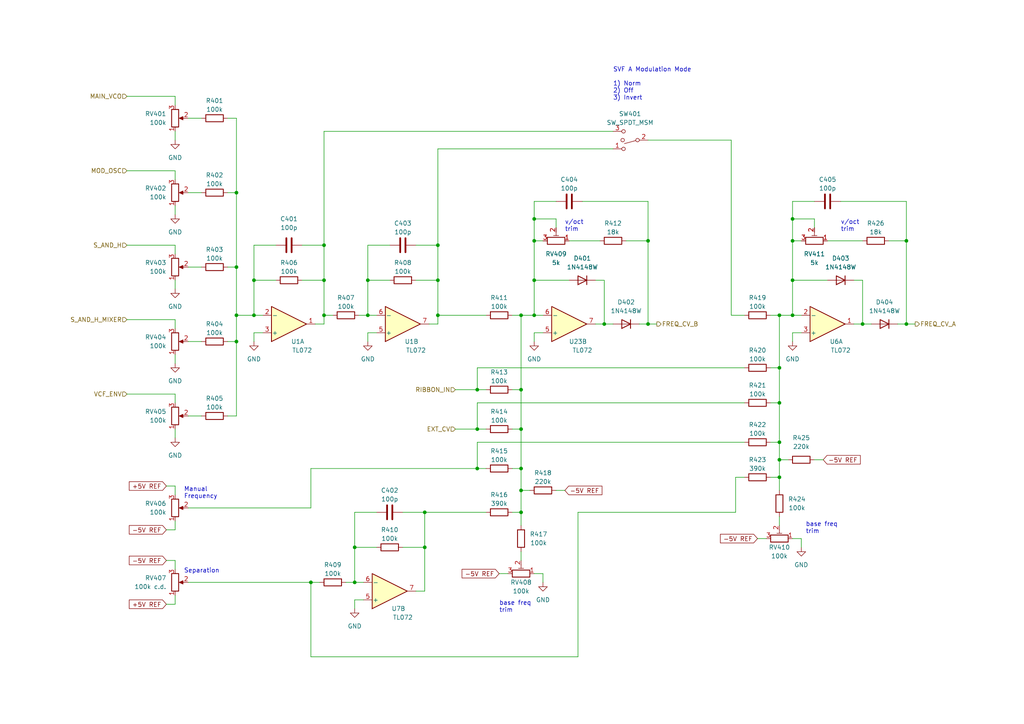
<source format=kicad_sch>
(kicad_sch (version 20230121) (generator eeschema)
  (paper "A4")
  (title_block (title "Josh Ox Ribbon Synth VCF/VCA/BBD board") (date "2023-01-07") (rev "1.0") (comment 1 "creativecommons.org/licenses/by/4.0/") (comment 2 "License: CC by 4.0") (comment 3 "Author: Jordan Aceto"))
  (lib_symbols
    (symbol "Amplifier_Operational:TL072" (pin_names (offset 0.127))
      (property "Reference" "U" (at 0 5.08 0))
      (property "Value" "TL072" (at 0 -5.08 0))
      (symbol "TL072_1_1"
        (polyline (pts (xy -5.08 5.08) (xy 5.08 0) (xy -5.08 -5.08) (xy -5.08 5.08)) (stroke (width 0.254)) (fill (type background)))
        (pin output line (at 7.62 0 180) (length 2.54) (name "~") (number "1"))
        (pin input line (at -7.62 -2.54 0) (length 2.54) (name "-") (number "2"))
        (pin input line (at -7.62 2.54 0) (length 2.54) (name "+") (number "3"))
      )
      (symbol "TL072_2_1"
        (polyline (pts (xy -5.08 5.08) (xy 5.08 0) (xy -5.08 -5.08) (xy -5.08 5.08)) (stroke (width 0.254)) (fill (type background)))
        (pin input line (at -7.62 2.54 0) (length 2.54) (name "+") (number "5"))
        (pin input line (at -7.62 -2.54 0) (length 2.54) (name "-") (number "6"))
        (pin output line (at 7.62 0 180) (length 2.54) (name "~") (number "7"))
      )
      (symbol "TL072_3_1"
        (pin power_in line (at -2.54 -7.62 90) (length 3.81) (name "V-") (number "4"))
        (pin power_in line (at -2.54 7.62 270) (length 3.81) (name "V+") (number "8"))
      )
    )
    (symbol "Device:C" (pin_numbers hide) (pin_names (offset 0.254))
      (property "Reference" "C" (at 0.635 2.54 0))
      (property "Value" "C" (at 0.635 -2.54 0))
      (symbol "C_0_1"
        (polyline (pts (xy -2.032 -0.762) (xy 2.032 -0.762)) (stroke (width 0.508)))
        (polyline (pts (xy -2.032 0.762) (xy 2.032 0.762)) (stroke (width 0.508)))
      )
      (symbol "C_1_1"
        (pin passive line (at 0 3.81 270) (length 2.794) (name "~") (number "1"))
        (pin passive line (at 0 -3.81 90) (length 2.794) (name "~") (number "2"))
      )
    )
    (symbol "Device:R" (pin_numbers hide) (pin_names (offset 0))
      (property "Reference" "R" (at 2.032 0 90))
      (property "Value" "R" (at 0 0 90))
      (symbol "R_0_1"
        (rectangle (start -1.016 -2.54) (end 1.016 2.54) (stroke (width 0.254)))
      )
      (symbol "R_1_1"
        (pin passive line (at 0 3.81 270) (length 1.27) (name "~") (number "1"))
        (pin passive line (at 0 -3.81 90) (length 1.27) (name "~") (number "2"))
      )
    )
    (symbol "Device:R_Potentiometer" (pin_names (offset 1.016) hide)
      (property "Reference" "RV" (at -4.445 0 90))
      (property "Value" "R_Potentiometer" (at -2.54 0 90))
      (symbol "R_Potentiometer_0_1"
        (polyline (pts (xy 2.54 0) (xy 1.524 0)))
        (polyline (pts (xy 1.143 0) (xy 2.286 0.508) (xy 2.286 -0.508) (xy 1.143 0)) (fill (type outline)))
        (rectangle (start 1.016 2.54) (end -1.016 -2.54) (stroke (width 0.254)))
      )
      (symbol "R_Potentiometer_1_1"
        (pin passive line (at 0 3.81 270) (length 1.27) (name "1") (number "1"))
        (pin passive line (at 3.81 0 180) (length 1.27) (name "2") (number "2"))
        (pin passive line (at 0 -3.81 90) (length 1.27) (name "3") (number "3"))
      )
    )
    (symbol "Device:R_Potentiometer_Trim" (pin_names (offset 1.016) hide)
      (property "Reference" "RV" (at -4.445 0 90))
      (property "Value" "R_Potentiometer_Trim" (at -2.54 0 90))
      (symbol "R_Potentiometer_Trim_0_1"
        (polyline (pts (xy 1.524 0.762) (xy 1.524 -0.762)))
        (polyline (pts (xy 2.54 0) (xy 1.524 0)))
        (rectangle (start 1.016 2.54) (end -1.016 -2.54) (stroke (width 0.254)))
      )
      (symbol "R_Potentiometer_Trim_1_1"
        (pin passive line (at 0 3.81 270) (length 1.27) (name "1") (number "1"))
        (pin passive line (at 3.81 0 180) (length 1.27) (name "2") (number "2"))
        (pin passive line (at 0 -3.81 90) (length 1.27) (name "3") (number "3"))
      )
    )
    (symbol "Diode:1N4148W" (pin_numbers hide) (pin_names hide)
      (property "Reference" "D" (at 0 2.54 0))
      (property "Value" "1N4148W" (at 0 -2.54 0))
      (symbol "1N4148W_0_1"
        (polyline (pts (xy -1.27 1.27) (xy -1.27 -1.27)) (stroke (width 0.254)))
        (polyline (pts (xy 1.27 0) (xy -1.27 0)))
        (polyline (pts (xy 1.27 1.27) (xy 1.27 -1.27) (xy -1.27 0) (xy 1.27 1.27)) (stroke (width 0.254)))
      )
      (symbol "1N4148W_1_1"
        (pin passive line (at -3.81 0 0) (length 2.54) (name "K") (number "1"))
        (pin passive line (at 3.81 0 180) (length 2.54) (name "A") (number "2"))
      )
    )
    (symbol "Switch:SW_SPDT_MSM" (pin_names (offset 0) hide)
      (property "Reference" "SW" (at 0 5.08 0))
      (property "Value" "SW_SPDT_MSM" (at 0 -5.08 0))
      (symbol "SW_SPDT_MSM_0_0"
        (circle (center -2.032 0) (radius 0.508))
        (polyline (pts (xy -1.524 0.127) (xy 1.778 1.016)))
        (circle (center 2.032 -2.54) (radius 0.508))
      )
      (symbol "SW_SPDT_MSM_0_1"
        (circle (center 2.032 2.54) (radius 0.508))
        (circle (center 2.286 0) (radius 0.508))
      )
      (symbol "SW_SPDT_MSM_1_1"
        (pin passive line (at 5.08 2.54 180) (length 2.54) (name "1") (number "1"))
        (pin passive line (at -5.08 0 0) (length 2.54) (name "2") (number "2"))
        (pin passive line (at 5.08 -2.54 180) (length 2.54) (name "3") (number "3"))
      )
    )
    (symbol "power:GND" (power) (pin_names (offset 0))
      (property "Value" "GND" (at 0 -3.81 0))
      (symbol "GND_0_1"
        (polyline (pts (xy 0 0) (xy 0 -1.27) (xy 1.27 -1.27) (xy 0 -2.54) (xy -1.27 -1.27) (xy 0 -1.27)))
      )
      (symbol "GND_1_1"
        (pin power_in line (at 0 0 270) (length 0) hide (name "GND") (number "1"))
      )
    )
  )
  (junction (at 250.19 93.98))
  (junction (at 229.87 63.5))
  (junction (at 154.94 69.85))
  (junction (at 262.89 69.85))
  (junction (at 68.58 91.44))
  (junction (at 151.13 124.46))
  (junction (at 93.98 81.28))
  (junction (at 68.58 55.88))
  (junction (at 226.06 138.43))
  (junction (at 187.96 93.98))
  (junction (at 226.06 91.44))
  (junction (at 175.26 93.98))
  (junction (at 229.87 81.28))
  (junction (at 102.87 168.91))
  (junction (at 187.96 69.85))
  (junction (at 226.06 106.68))
  (junction (at 123.19 158.75))
  (junction (at 127 71.12))
  (junction (at 123.19 148.59))
  (junction (at 151.13 91.44))
  (junction (at 73.66 81.28))
  (junction (at 90.17 168.91))
  (junction (at 229.87 91.44))
  (junction (at 127 91.44))
  (junction (at 151.13 148.59))
  (junction (at 68.58 77.47))
  (junction (at 138.43 113.03))
  (junction (at 154.94 63.5))
  (junction (at 73.66 91.44))
  (junction (at 102.87 158.75))
  (junction (at 106.68 81.28))
  (junction (at 93.98 71.12))
  (junction (at 138.43 135.89))
  (junction (at 226.06 133.35))
  (junction (at 127 81.28))
  (junction (at 226.06 128.27))
  (junction (at 93.98 91.44))
  (junction (at 154.94 91.44))
  (junction (at 154.94 81.28))
  (junction (at 68.58 99.06))
  (junction (at 138.43 124.46))
  (junction (at 151.13 135.89))
  (junction (at 226.06 116.84))
  (junction (at 106.68 91.44))
  (junction (at 151.13 113.03))
  (junction (at 229.87 69.85))
  (junction (at 262.89 93.98))
  (junction (at 151.13 142.24))
  (wire (pts (xy 148.59 148.59) (xy 151.13 148.59)))
  (wire (pts (xy 138.43 124.46) (xy 138.43 116.84)))
  (wire (pts (xy 229.87 81.28) (xy 240.03 81.28)))
  (wire (pts (xy 175.26 81.28) (xy 172.72 81.28)))
  (wire (pts (xy 109.22 91.44) (xy 106.68 91.44)))
  (wire (pts (xy 109.22 148.59) (xy 102.87 148.59)))
  (wire (pts (xy 50.8 140.97) (xy 50.8 143.51)))
  (wire (pts (xy 151.13 91.44) (xy 151.13 113.03)))
  (wire (pts (xy 50.8 127) (xy 50.8 124.46)))
  (wire (pts (xy 138.43 116.84) (xy 215.9 116.84)))
  (wire (pts (xy 90.17 147.32) (xy 90.17 135.89)))
  (wire (pts (xy 229.87 63.5) (xy 229.87 69.85)))
  (wire (pts (xy 54.61 34.29) (xy 58.42 34.29)))
  (wire (pts (xy 157.48 168.91) (xy 157.48 166.37)))
  (wire (pts (xy 90.17 190.5) (xy 167.64 190.5)))
  (wire (pts (xy 154.94 58.42) (xy 154.94 63.5)))
  (wire (pts (xy 36.83 71.12) (xy 50.8 71.12)))
  (wire (pts (xy 93.98 91.44) (xy 93.98 81.28)))
  (wire (pts (xy 213.36 148.59) (xy 213.36 138.43)))
  (wire (pts (xy 124.46 93.98) (xy 127 93.98)))
  (wire (pts (xy 223.52 116.84) (xy 226.06 116.84)))
  (wire (pts (xy 73.66 71.12) (xy 73.66 81.28)))
  (wire (pts (xy 50.8 105.41) (xy 50.8 102.87)))
  (wire (pts (xy 50.8 49.53) (xy 50.8 52.07)))
  (wire (pts (xy 138.43 128.27) (xy 215.9 128.27)))
  (wire (pts (xy 73.66 96.52) (xy 76.2 96.52)))
  (wire (pts (xy 48.26 162.56) (xy 50.8 162.56)))
  (wire (pts (xy 54.61 120.65) (xy 58.42 120.65)))
  (wire (pts (xy 154.94 63.5) (xy 154.94 69.85)))
  (wire (pts (xy 50.8 62.23) (xy 50.8 59.69)))
  (wire (pts (xy 113.03 71.12) (xy 106.68 71.12)))
  (wire (pts (xy 175.26 93.98) (xy 175.26 81.28)))
  (wire (pts (xy 50.8 162.56) (xy 50.8 165.1)))
  (wire (pts (xy 229.87 96.52) (xy 232.41 96.52)))
  (wire (pts (xy 168.91 58.42) (xy 187.96 58.42)))
  (wire (pts (xy 138.43 113.03) (xy 140.97 113.03)))
  (wire (pts (xy 226.06 106.68) (xy 226.06 116.84)))
  (wire (pts (xy 236.22 58.42) (xy 229.87 58.42)))
  (wire (pts (xy 93.98 81.28) (xy 87.63 81.28)))
  (wire (pts (xy 177.8 43.18) (xy 127 43.18)))
  (wire (pts (xy 104.14 91.44) (xy 106.68 91.44)))
  (wire (pts (xy 226.06 91.44) (xy 229.87 91.44)))
  (wire (pts (xy 177.8 38.1) (xy 93.98 38.1)))
  (wire (pts (xy 236.22 66.04) (xy 236.22 63.5)))
  (wire (pts (xy 50.8 71.12) (xy 50.8 73.66)))
  (wire (pts (xy 240.03 69.85) (xy 250.19 69.85)))
  (wire (pts (xy 232.41 158.75) (xy 232.41 156.21)))
  (wire (pts (xy 76.2 91.44) (xy 73.66 91.44)))
  (wire (pts (xy 127 91.44) (xy 127 81.28)))
  (wire (pts (xy 48.26 175.26) (xy 50.8 175.26)))
  (wire (pts (xy 232.41 91.44) (xy 229.87 91.44)))
  (wire (pts (xy 50.8 175.26) (xy 50.8 172.72)))
  (wire (pts (xy 226.06 91.44) (xy 223.52 91.44)))
  (wire (pts (xy 161.29 66.04) (xy 161.29 63.5)))
  (wire (pts (xy 66.04 120.65) (xy 68.58 120.65)))
  (wire (pts (xy 50.8 83.82) (xy 50.8 81.28)))
  (wire (pts (xy 106.68 71.12) (xy 106.68 81.28)))
  (wire (pts (xy 66.04 99.06) (xy 68.58 99.06)))
  (wire (pts (xy 123.19 158.75) (xy 116.84 158.75)))
  (wire (pts (xy 229.87 81.28) (xy 229.87 91.44)))
  (wire (pts (xy 250.19 81.28) (xy 247.65 81.28)))
  (wire (pts (xy 226.06 128.27) (xy 226.06 133.35)))
  (wire (pts (xy 226.06 133.35) (xy 226.06 138.43)))
  (wire (pts (xy 66.04 34.29) (xy 68.58 34.29)))
  (wire (pts (xy 102.87 173.99) (xy 105.41 173.99)))
  (wire (pts (xy 229.87 69.85) (xy 229.87 81.28)))
  (wire (pts (xy 50.8 40.64) (xy 50.8 38.1)))
  (wire (pts (xy 73.66 99.06) (xy 73.66 96.52)))
  (wire (pts (xy 54.61 147.32) (xy 90.17 147.32)))
  (wire (pts (xy 175.26 93.98) (xy 177.8 93.98)))
  (wire (pts (xy 226.06 138.43) (xy 226.06 142.24)))
  (wire (pts (xy 243.84 58.42) (xy 262.89 58.42)))
  (wire (pts (xy 127 93.98) (xy 127 91.44)))
  (wire (pts (xy 102.87 176.53) (xy 102.87 173.99)))
  (wire (pts (xy 120.65 171.45) (xy 123.19 171.45)))
  (wire (pts (xy 90.17 168.91) (xy 92.71 168.91)))
  (wire (pts (xy 229.87 99.06) (xy 229.87 96.52)))
  (wire (pts (xy 172.72 93.98) (xy 175.26 93.98)))
  (wire (pts (xy 102.87 168.91) (xy 102.87 158.75)))
  (wire (pts (xy 48.26 153.67) (xy 50.8 153.67)))
  (wire (pts (xy 87.63 71.12) (xy 93.98 71.12)))
  (wire (pts (xy 132.08 124.46) (xy 138.43 124.46)))
  (wire (pts (xy 91.44 93.98) (xy 93.98 93.98)))
  (wire (pts (xy 238.76 133.35) (xy 236.22 133.35)))
  (wire (pts (xy 185.42 93.98) (xy 187.96 93.98)))
  (wire (pts (xy 262.89 58.42) (xy 262.89 69.85)))
  (wire (pts (xy 93.98 91.44) (xy 96.52 91.44)))
  (wire (pts (xy 90.17 168.91) (xy 90.17 190.5)))
  (wire (pts (xy 138.43 106.68) (xy 138.43 113.03)))
  (wire (pts (xy 151.13 91.44) (xy 148.59 91.44)))
  (wire (pts (xy 215.9 91.44) (xy 212.09 91.44)))
  (wire (pts (xy 106.68 91.44) (xy 106.68 81.28)))
  (wire (pts (xy 154.94 69.85) (xy 154.94 81.28)))
  (wire (pts (xy 106.68 96.52) (xy 109.22 96.52)))
  (wire (pts (xy 213.36 138.43) (xy 215.9 138.43)))
  (wire (pts (xy 148.59 124.46) (xy 151.13 124.46)))
  (wire (pts (xy 127 43.18) (xy 127 71.12)))
  (wire (pts (xy 167.64 190.5) (xy 167.64 148.59)))
  (wire (pts (xy 223.52 138.43) (xy 226.06 138.43)))
  (wire (pts (xy 212.09 91.44) (xy 212.09 40.64)))
  (wire (pts (xy 106.68 99.06) (xy 106.68 96.52)))
  (wire (pts (xy 66.04 55.88) (xy 68.58 55.88)))
  (wire (pts (xy 236.22 63.5) (xy 229.87 63.5)))
  (wire (pts (xy 262.89 69.85) (xy 262.89 93.98)))
  (wire (pts (xy 127 71.12) (xy 127 81.28)))
  (wire (pts (xy 151.13 124.46) (xy 151.13 135.89)))
  (wire (pts (xy 127 91.44) (xy 140.97 91.44)))
  (wire (pts (xy 105.41 168.91) (xy 102.87 168.91)))
  (wire (pts (xy 173.99 69.85) (xy 165.1 69.85)))
  (wire (pts (xy 144.78 166.37) (xy 147.32 166.37)))
  (wire (pts (xy 93.98 38.1) (xy 93.98 71.12)))
  (wire (pts (xy 226.06 133.35) (xy 228.6 133.35)))
  (wire (pts (xy 232.41 156.21) (xy 229.87 156.21)))
  (wire (pts (xy 68.58 55.88) (xy 68.58 34.29)))
  (wire (pts (xy 161.29 63.5) (xy 154.94 63.5)))
  (wire (pts (xy 151.13 142.24) (xy 151.13 148.59)))
  (wire (pts (xy 151.13 91.44) (xy 154.94 91.44)))
  (wire (pts (xy 187.96 69.85) (xy 187.96 93.98)))
  (wire (pts (xy 54.61 99.06) (xy 58.42 99.06)))
  (wire (pts (xy 93.98 71.12) (xy 93.98 81.28)))
  (wire (pts (xy 148.59 113.03) (xy 151.13 113.03)))
  (wire (pts (xy 132.08 113.03) (xy 138.43 113.03)))
  (wire (pts (xy 151.13 160.02) (xy 151.13 162.56)))
  (wire (pts (xy 48.26 140.97) (xy 50.8 140.97)))
  (wire (pts (xy 154.94 81.28) (xy 165.1 81.28)))
  (wire (pts (xy 181.61 69.85) (xy 187.96 69.85)))
  (wire (pts (xy 148.59 135.89) (xy 151.13 135.89)))
  (wire (pts (xy 223.52 106.68) (xy 226.06 106.68)))
  (wire (pts (xy 226.06 149.86) (xy 226.06 152.4)))
  (wire (pts (xy 151.13 135.89) (xy 151.13 142.24)))
  (wire (pts (xy 229.87 58.42) (xy 229.87 63.5)))
  (wire (pts (xy 68.58 120.65) (xy 68.58 99.06)))
  (wire (pts (xy 226.06 91.44) (xy 226.06 106.68)))
  (wire (pts (xy 36.83 49.53) (xy 50.8 49.53)))
  (wire (pts (xy 54.61 77.47) (xy 58.42 77.47)))
  (wire (pts (xy 102.87 158.75) (xy 109.22 158.75)))
  (wire (pts (xy 36.83 114.3) (xy 50.8 114.3)))
  (wire (pts (xy 73.66 91.44) (xy 73.66 81.28)))
  (wire (pts (xy 138.43 135.89) (xy 138.43 128.27)))
  (wire (pts (xy 223.52 128.27) (xy 226.06 128.27)))
  (wire (pts (xy 116.84 148.59) (xy 123.19 148.59)))
  (wire (pts (xy 68.58 91.44) (xy 73.66 91.44)))
  (wire (pts (xy 226.06 116.84) (xy 226.06 128.27)))
  (wire (pts (xy 50.8 92.71) (xy 50.8 95.25)))
  (wire (pts (xy 50.8 27.94) (xy 50.8 30.48)))
  (wire (pts (xy 161.29 58.42) (xy 154.94 58.42)))
  (wire (pts (xy 138.43 124.46) (xy 140.97 124.46)))
  (wire (pts (xy 247.65 93.98) (xy 250.19 93.98)))
  (wire (pts (xy 50.8 114.3) (xy 50.8 116.84)))
  (wire (pts (xy 120.65 71.12) (xy 127 71.12)))
  (wire (pts (xy 123.19 148.59) (xy 140.97 148.59)))
  (wire (pts (xy 157.48 91.44) (xy 154.94 91.44)))
  (wire (pts (xy 90.17 135.89) (xy 138.43 135.89)))
  (wire (pts (xy 154.94 96.52) (xy 157.48 96.52)))
  (wire (pts (xy 127 81.28) (xy 120.65 81.28)))
  (wire (pts (xy 100.33 168.91) (xy 102.87 168.91)))
  (wire (pts (xy 138.43 106.68) (xy 215.9 106.68)))
  (wire (pts (xy 73.66 81.28) (xy 80.01 81.28)))
  (wire (pts (xy 163.83 142.24) (xy 161.29 142.24)))
  (wire (pts (xy 54.61 55.88) (xy 58.42 55.88)))
  (wire (pts (xy 153.67 142.24) (xy 151.13 142.24)))
  (wire (pts (xy 212.09 40.64) (xy 187.96 40.64)))
  (wire (pts (xy 36.83 92.71) (xy 50.8 92.71)))
  (wire (pts (xy 262.89 93.98) (xy 265.43 93.98)))
  (wire (pts (xy 219.71 156.21) (xy 222.25 156.21)))
  (wire (pts (xy 154.94 81.28) (xy 154.94 91.44)))
  (wire (pts (xy 80.01 71.12) (xy 73.66 71.12)))
  (wire (pts (xy 250.19 93.98) (xy 252.73 93.98)))
  (wire (pts (xy 123.19 148.59) (xy 123.19 158.75)))
  (wire (pts (xy 157.48 69.85) (xy 154.94 69.85)))
  (wire (pts (xy 151.13 148.59) (xy 151.13 152.4)))
  (wire (pts (xy 187.96 93.98) (xy 190.5 93.98)))
  (wire (pts (xy 66.04 77.47) (xy 68.58 77.47)))
  (wire (pts (xy 154.94 99.06) (xy 154.94 96.52)))
  (wire (pts (xy 106.68 81.28) (xy 113.03 81.28)))
  (wire (pts (xy 68.58 77.47) (xy 68.58 91.44)))
  (wire (pts (xy 187.96 58.42) (xy 187.96 69.85)))
  (wire (pts (xy 157.48 166.37) (xy 154.94 166.37)))
  (wire (pts (xy 50.8 153.67) (xy 50.8 151.13)))
  (wire (pts (xy 54.61 168.91) (xy 90.17 168.91)))
  (wire (pts (xy 257.81 69.85) (xy 262.89 69.85)))
  (wire (pts (xy 36.83 27.94) (xy 50.8 27.94)))
  (wire (pts (xy 260.35 93.98) (xy 262.89 93.98)))
  (wire (pts (xy 123.19 158.75) (xy 123.19 171.45)))
  (wire (pts (xy 138.43 135.89) (xy 140.97 135.89)))
  (wire (pts (xy 102.87 148.59) (xy 102.87 158.75)))
  (wire (pts (xy 151.13 113.03) (xy 151.13 124.46)))
  (wire (pts (xy 232.41 69.85) (xy 229.87 69.85)))
  (wire (pts (xy 167.64 148.59) (xy 213.36 148.59)))
  (wire (pts (xy 68.58 91.44) (xy 68.58 99.06)))
  (wire (pts (xy 93.98 93.98) (xy 93.98 91.44)))
  (wire (pts (xy 250.19 93.98) (xy 250.19 81.28)))
  (wire (pts (xy 68.58 77.47) (xy 68.58 55.88)))
  (text "Manual \nFrequency" (at 53.34 144.78 0) (effects (font (size 1.27 1.27)) (justify left bottom)))
  (text "SVF A Modulation Mode\n\n1) Norm\n2) Off\n3) Invert" (at 177.8 29.21 0) (effects (font (size 1.27 1.27)) (justify left bottom)))
  (text "Separation" (at 53.34 166.37 0) (effects (font (size 1.27 1.27)) (justify left bottom)))
  (text "base freq\ntrim" (at 144.78 177.8 0) (effects (font (size 1.27 1.27)) (justify left bottom)))
  (text "base freq\ntrim" (at 233.68 154.94 0) (effects (font (size 1.27 1.27)) (justify left bottom)))
  (text "v/oct \ntrim" (at 243.84 67.31 0) (effects (font (size 1.27 1.27)) (justify left bottom)))
  (text "v/oct \ntrim" (at 163.83 67.31 0) (effects (font (size 1.27 1.27)) (justify left bottom)))
  (global_label "-5V REF" (shape input) (at 219.71 156.21 180) (property "Intersheetrefs" "${INTERSHEET_REFS}" (effects hide)))
  (global_label "-5V REF" (shape input) (at 48.26 153.67 180) (property "Intersheetrefs" "${INTERSHEET_REFS}" (effects hide)))
  (global_label "-5V REF" (shape input) (at 163.83 142.24 0) (property "Intersheetrefs" "${INTERSHEET_REFS}" (effects hide)))
  (global_label "-5V REF" (shape input) (at 48.26 162.56 180) (property "Intersheetrefs" "${INTERSHEET_REFS}" (effects hide)))
  (global_label "-5V REF" (shape input) (at 144.78 166.37 180) (property "Intersheetrefs" "${INTERSHEET_REFS}" (effects hide)))
  (global_label "+5V REF" (shape input) (at 48.26 175.26 180) (property "Intersheetrefs" "${INTERSHEET_REFS}" (effects hide)))
  (global_label "-5V REF" (shape input) (at 238.76 133.35 0) (property "Intersheetrefs" "${INTERSHEET_REFS}" (effects hide)))
  (global_label "+5V REF" (shape input) (at 48.26 140.97 180) (property "Intersheetrefs" "${INTERSHEET_REFS}" (effects hide)))
  (hierarchical_label "EXT_CV" (shape input) (at 132.08 124.46 180))
  (hierarchical_label "VCF_ENV" (shape input) (at 36.83 114.3 180))
  (hierarchical_label "FREQ_CV_A" (shape output) (at 265.43 93.98 0))
  (hierarchical_label "MAIN_VCO" (shape input) (at 36.83 27.94 180))
  (hierarchical_label "S_AND_H_MIXER" (shape input) (at 36.83 92.71 180))
  (hierarchical_label "MOD_OSC" (shape input) (at 36.83 49.53 180))
  (hierarchical_label "S_AND_H" (shape input) (at 36.83 71.12 180))
  (hierarchical_label "RIBBON_IN" (shape input) (at 132.08 113.03 180))
  (hierarchical_label "FREQ_CV_B" (shape output) (at 190.5 93.98 0))
  (symbol (lib_id "power:GND") (at 229.87 99.06 0) (unit 1)
    (property "Reference" "#PWR0410" (effects hide))
    (property "Value" "GND" (at 229.87 104.14 0))
  )
  (symbol (lib_id "Device:C") (at 116.84 71.12 90) (unit 1)
    (property "Reference" "C403" (at 116.84 64.77 90))
    (property "Value" "100p" (at 116.84 67.31 90))
    (property "Footprint" "Capacitor_SMD:C_0805_2012Metric" (effects hide))
  )
  (symbol (lib_id "Device:C") (at 83.82 71.12 90) (unit 1)
    (property "Reference" "C401" (at 83.82 63.5 90))
    (property "Value" "100p" (at 83.82 66.04 90))
    (property "Footprint" "Capacitor_SMD:C_0805_2012Metric" (effects hide))
  )
  (symbol (lib_id "power:GND") (at 50.8 105.41 0) (unit 1)
    (property "Reference" "#PWR0403" (effects hide))
    (property "Value" "GND" (at 50.8 110.49 0))
  )
  (symbol (lib_id "Device:R") (at 232.41 133.35 270) (unit 1)
    (property "Reference" "R425" (at 232.41 127 90))
    (property "Value" "220k" (at 232.41 129.54 90))
    (property "Footprint" "Resistor_SMD:R_0805_2012Metric" (effects hide))
  )
  (symbol (lib_id "power:GND") (at 50.8 127 0) (unit 1)
    (property "Reference" "#PWR0404" (effects hide))
    (property "Value" "GND" (at 50.8 132.08 0))
  )
  (symbol (lib_id "Device:C") (at 240.03 58.42 90) (unit 1)
    (property "Reference" "C405" (at 240.03 52.07 90))
    (property "Value" "100p" (at 240.03 54.61 90))
    (property "Footprint" "Capacitor_SMD:C_0805_2012Metric" (effects hide))
  )
  (symbol (lib_id "Device:R") (at 177.8 69.85 90) (unit 1)
    (property "Reference" "R412" (at 177.8 64.77 90))
    (property "Value" "18k" (at 177.8 67.31 90))
    (property "Footprint" "Resistor_SMD:R_0805_2012Metric" (effects hide))
  )
  (symbol (lib_id "Device:R") (at 219.71 138.43 90) (unit 1)
    (property "Reference" "R423" (at 219.71 133.35 90))
    (property "Value" "390k" (at 219.71 135.89 90))
    (property "Footprint" "Resistor_SMD:R_0805_2012Metric" (effects hide))
  )
  (symbol (lib_id "Device:R_Potentiometer") (at 50.8 168.91 0) (mirror x) (unit 1)
    (property "Reference" "RV407" (at 48.26 167.6399 0) (effects (justify right)))
    (property "Value" "100k c.d." (at 48.26 170.1799 0) (effects (justify right)))
    (property "Footprint" "Potentiometer_THT:Potentiometer_Alpha_RD901F-40-00D_Single_Vertical" (effects hide))
  )
  (symbol (lib_id "Device:R_Potentiometer") (at 50.8 99.06 0) (mirror x) (unit 1)
    (property "Reference" "RV404" (at 48.26 97.7899 0) (effects (justify right)))
    (property "Value" "100k" (at 48.26 100.3299 0) (effects (justify right)))
    (property "Footprint" "Potentiometer_THT:Potentiometer_Alpha_RD901F-40-00D_Single_Vertical" (effects hide))
  )
  (symbol (lib_id "Device:R") (at 62.23 99.06 90) (unit 1)
    (property "Reference" "R404" (at 62.23 93.98 90))
    (property "Value" "100k" (at 62.23 96.52 90))
    (property "Footprint" "Resistor_SMD:R_0805_2012Metric" (effects hide))
  )
  (symbol (lib_id "Device:R") (at 62.23 34.29 90) (unit 1)
    (property "Reference" "R401" (at 62.23 29.21 90))
    (property "Value" "100k" (at 62.23 31.75 90))
    (property "Footprint" "Resistor_SMD:R_0805_2012Metric" (effects hide))
  )
  (symbol (lib_id "power:GND") (at 50.8 62.23 0) (unit 1)
    (property "Reference" "#PWR0401" (effects hide))
    (property "Value" "GND" (at 50.8 67.31 0))
  )
  (symbol (lib_id "power:GND") (at 50.8 40.64 0) (unit 1)
    (property "Reference" "#PWR0126" (effects hide))
    (property "Value" "GND" (at 50.8 45.72 0))
  )
  (symbol (lib_id "Amplifier_Operational:TL072") (at 165.1 93.98 0) (mirror x) (unit 2)
    (property "Reference" "U23" (at 167.64 99.06 0))
    (property "Value" "TL072" (at 168.91 101.6 0))
    (property "Footprint" "Package_SO:SOIC-8_3.9x4.9mm_P1.27mm" (effects hide))
    (property "Datasheet" "http://www.ti.com/lit/ds/symlink/tl071.pdf" (effects hide))
  )
  (symbol (lib_id "Amplifier_Operational:TL072") (at 116.84 93.98 0) (mirror x) (unit 2)
    (property "Reference" "U1" (at 119.38 99.06 0))
    (property "Value" "TL072" (at 120.65 101.6 0))
    (property "Footprint" "Package_SO:SOIC-8_3.9x4.9mm_P1.27mm" (effects hide))
    (property "Datasheet" "http://www.ti.com/lit/ds/symlink/tl071.pdf" (effects hide))
  )
  (symbol (lib_id "Device:R") (at 113.03 158.75 90) (unit 1)
    (property "Reference" "R410" (at 113.03 153.67 90))
    (property "Value" "100k" (at 113.03 156.21 90))
    (property "Footprint" "Resistor_SMD:R_0805_2012Metric" (effects hide))
  )
  (symbol (lib_id "Device:R") (at 62.23 77.47 90) (unit 1)
    (property "Reference" "R403" (at 62.23 72.39 90))
    (property "Value" "100k" (at 62.23 74.93 90))
    (property "Footprint" "Resistor_SMD:R_0805_2012Metric" (effects hide))
  )
  (symbol (lib_id "Device:R") (at 219.71 128.27 90) (unit 1)
    (property "Reference" "R422" (at 219.71 123.19 90))
    (property "Value" "100k" (at 219.71 125.73 90))
    (property "Footprint" "Resistor_SMD:R_0805_2012Metric" (effects hide))
  )
  (symbol (lib_id "Diode:1N4148W") (at 168.91 81.28 180) (unit 1)
    (property "Reference" "D401" (at 168.91 74.93 0))
    (property "Value" "1N4148W" (at 168.91 77.47 0))
    (property "Footprint" "Diode_SMD:D_SOD-123" (effects hide))
    (property "Datasheet" "https://www.vishay.com/docs/85748/1n4148w.pdf" (effects hide))
  )
  (symbol (lib_id "Device:R_Potentiometer") (at 50.8 34.29 0) (mirror x) (unit 1)
    (property "Reference" "RV401" (at 48.26 33.0199 0) (effects (justify right)))
    (property "Value" "100k" (at 48.26 35.5599 0) (effects (justify right)))
    (property "Footprint" "Potentiometer_THT:Potentiometer_Alpha_RD901F-40-00D_Single_Vertical" (effects hide))
  )
  (symbol (lib_id "Device:R_Potentiometer_Trim") (at 151.13 166.37 270) (mirror x) (unit 1)
    (property "Reference" "RV408" (at 151.13 168.91 90))
    (property "Value" "100k" (at 151.13 171.45 90))
    (property "Footprint" "Potentiometer_THT:Potentiometer_Bourns_3296W_Vertical" (effects hide))
  )
  (symbol (lib_id "Device:C") (at 113.03 148.59 90) (unit 1)
    (property "Reference" "C402" (at 113.03 142.24 90))
    (property "Value" "100p" (at 113.03 144.78 90))
    (property "Footprint" "Capacitor_SMD:C_0805_2012Metric" (effects hide))
  )
  (symbol (lib_id "Device:R") (at 151.13 156.21 180) (unit 1)
    (property "Reference" "R417" (at 156.21 154.94 0))
    (property "Value" "100k" (at 156.21 157.48 0))
    (property "Footprint" "Resistor_SMD:R_0805_2012Metric" (effects hide))
  )
  (symbol (lib_id "Device:R") (at 144.78 135.89 90) (unit 1)
    (property "Reference" "R415" (at 144.78 130.81 90))
    (property "Value" "100k" (at 144.78 133.35 90))
    (property "Footprint" "Resistor_SMD:R_0805_2012Metric" (effects hide))
  )
  (symbol (lib_id "Device:R") (at 219.71 116.84 90) (unit 1)
    (property "Reference" "R421" (at 219.71 111.76 90))
    (property "Value" "100k" (at 219.71 114.3 90))
    (property "Footprint" "Resistor_SMD:R_0805_2012Metric" (effects hide))
  )
  (symbol (lib_id "Device:R") (at 116.84 81.28 90) (unit 1)
    (property "Reference" "R408" (at 116.84 76.2 90))
    (property "Value" "100k" (at 116.84 78.74 90))
    (property "Footprint" "Resistor_SMD:R_0805_2012Metric" (effects hide))
  )
  (symbol (lib_id "power:GND") (at 106.68 99.06 0) (unit 1)
    (property "Reference" "#PWR0407" (effects hide))
    (property "Value" "GND" (at 106.68 104.14 0))
  )
  (symbol (lib_id "Diode:1N4148W") (at 256.54 93.98 180) (unit 1)
    (property "Reference" "D404" (at 256.54 87.63 0))
    (property "Value" "1N4148W" (at 256.54 90.17 0))
    (property "Footprint" "Diode_SMD:D_SOD-123" (effects hide))
    (property "Datasheet" "https://www.vishay.com/docs/85748/1n4148w.pdf" (effects hide))
  )
  (symbol (lib_id "Device:R") (at 226.06 146.05 180) (unit 1)
    (property "Reference" "R424" (at 231.14 144.78 0))
    (property "Value" "100k" (at 231.14 147.32 0))
    (property "Footprint" "Resistor_SMD:R_0805_2012Metric" (effects hide))
  )
  (symbol (lib_id "Device:R_Potentiometer") (at 50.8 120.65 0) (mirror x) (unit 1)
    (property "Reference" "RV405" (at 48.26 119.3799 0) (effects (justify right)))
    (property "Value" "100k" (at 48.26 121.9199 0) (effects (justify right)))
    (property "Footprint" "Potentiometer_THT:Potentiometer_Alpha_RD901F-40-00D_Single_Vertical" (effects hide))
  )
  (symbol (lib_id "Device:R") (at 144.78 113.03 90) (unit 1)
    (property "Reference" "R413" (at 144.78 107.95 90))
    (property "Value" "100k" (at 144.78 110.49 90))
    (property "Footprint" "Resistor_SMD:R_0805_2012Metric" (effects hide))
  )
  (symbol (lib_id "Device:R") (at 83.82 81.28 90) (unit 1)
    (property "Reference" "R406" (at 83.82 76.2 90))
    (property "Value" "100k" (at 83.82 78.74 90))
    (property "Footprint" "Resistor_SMD:R_0805_2012Metric" (effects hide))
  )
  (symbol (lib_id "Amplifier_Operational:TL072") (at 83.82 93.98 0) (mirror x) (unit 1)
    (property "Reference" "U1" (at 86.36 99.06 0))
    (property "Value" "TL072" (at 87.63 101.6 0))
    (property "Footprint" "Package_SO:SOIC-8_3.9x4.9mm_P1.27mm" (effects hide))
    (property "Datasheet" "http://www.ti.com/lit/ds/symlink/tl071.pdf" (effects hide))
  )
  (symbol (lib_id "Device:R") (at 144.78 124.46 90) (unit 1)
    (property "Reference" "R414" (at 144.78 119.38 90))
    (property "Value" "100k" (at 144.78 121.92 90))
    (property "Footprint" "Resistor_SMD:R_0805_2012Metric" (effects hide))
  )
  (symbol (lib_id "power:GND") (at 102.87 176.53 0) (unit 1)
    (property "Reference" "#PWR0406" (effects hide))
    (property "Value" "GND" (at 102.87 181.61 0))
  )
  (symbol (lib_id "Device:R_Potentiometer") (at 50.8 55.88 0) (mirror x) (unit 1)
    (property "Reference" "RV402" (at 48.26 54.6099 0) (effects (justify right)))
    (property "Value" "100k" (at 48.26 57.1499 0) (effects (justify right)))
    (property "Footprint" "Potentiometer_THT:Potentiometer_Alpha_RD901F-40-00D_Single_Vertical" (effects hide))
  )
  (symbol (lib_id "Device:R") (at 100.33 91.44 90) (unit 1)
    (property "Reference" "R407" (at 100.33 86.36 90))
    (property "Value" "100k" (at 100.33 88.9 90))
    (property "Footprint" "Resistor_SMD:R_0805_2012Metric" (effects hide))
  )
  (symbol (lib_id "Device:R") (at 144.78 148.59 90) (unit 1)
    (property "Reference" "R416" (at 144.78 143.51 90))
    (property "Value" "390k" (at 144.78 146.05 90))
    (property "Footprint" "Resistor_SMD:R_0805_2012Metric" (effects hide))
  )
  (symbol (lib_id "Device:R_Potentiometer_Trim") (at 226.06 156.21 270) (mirror x) (unit 1)
    (property "Reference" "RV410" (at 226.06 158.75 90))
    (property "Value" "100k" (at 226.06 161.29 90))
    (property "Footprint" "Potentiometer_THT:Potentiometer_Bourns_3296W_Vertical" (effects hide))
  )
  (symbol (lib_id "Switch:SW_SPDT_MSM") (at 182.88 40.64 180) (unit 1)
    (property "Reference" "SW401" (at 182.753 33.02 0))
    (property "Value" "SW_SPDT_MSM" (at 182.753 35.56 0))
    (property "Footprint" "custom_footprints:SPDT_mini_toggle" (effects hide))
  )
  (symbol (lib_id "Device:R") (at 144.78 91.44 90) (unit 1)
    (property "Reference" "R411" (at 144.78 86.36 90))
    (property "Value" "100k" (at 144.78 88.9 90))
    (property "Footprint" "Resistor_SMD:R_0805_2012Metric" (effects hide))
  )
  (symbol (lib_id "power:GND") (at 157.48 168.91 0) (mirror y) (unit 1)
    (property "Reference" "#PWR0409" (effects hide))
    (property "Value" "GND" (at 157.48 173.99 0))
  )
  (symbol (lib_id "Device:R") (at 219.71 106.68 90) (unit 1)
    (property "Reference" "R420" (at 219.71 101.6 90))
    (property "Value" "100k" (at 219.71 104.14 90))
    (property "Footprint" "Resistor_SMD:R_0805_2012Metric" (effects hide))
  )
  (symbol (lib_id "Device:R") (at 157.48 142.24 90) (unit 1)
    (property "Reference" "R418" (at 157.48 137.16 90))
    (property "Value" "220k" (at 157.48 139.7 90))
    (property "Footprint" "Resistor_SMD:R_0805_2012Metric" (effects hide))
  )
  (symbol (lib_id "Device:R") (at 62.23 120.65 90) (unit 1)
    (property "Reference" "R405" (at 62.23 115.57 90))
    (property "Value" "100k" (at 62.23 118.11 90))
    (property "Footprint" "Resistor_SMD:R_0805_2012Metric" (effects hide))
  )
  (symbol (lib_id "Diode:1N4148W") (at 243.84 81.28 180) (unit 1)
    (property "Reference" "D403" (at 243.84 74.93 0))
    (property "Value" "1N4148W" (at 243.84 77.47 0))
    (property "Footprint" "Diode_SMD:D_SOD-123" (effects hide))
    (property "Datasheet" "https://www.vishay.com/docs/85748/1n4148w.pdf" (effects hide))
  )
  (symbol (lib_id "Device:R") (at 96.52 168.91 90) (unit 1)
    (property "Reference" "R409" (at 96.52 163.83 90))
    (property "Value" "100k" (at 96.52 166.37 90))
    (property "Footprint" "Resistor_SMD:R_0805_2012Metric" (effects hide))
  )
  (symbol (lib_id "power:GND") (at 154.94 99.06 0) (unit 1)
    (property "Reference" "#PWR0408" (effects hide))
    (property "Value" "GND" (at 154.94 104.14 0))
  )
  (symbol (lib_id "Diode:1N4148W") (at 181.61 93.98 180) (unit 1)
    (property "Reference" "D402" (at 181.61 87.63 0))
    (property "Value" "1N4148W" (at 181.61 90.17 0))
    (property "Footprint" "Diode_SMD:D_SOD-123" (effects hide))
    (property "Datasheet" "https://www.vishay.com/docs/85748/1n4148w.pdf" (effects hide))
  )
  (symbol (lib_id "Device:R_Potentiometer_Trim") (at 161.29 69.85 270) (mirror x) (unit 1)
    (property "Reference" "RV409" (at 161.29 73.66 90))
    (property "Value" "5k" (at 161.29 76.2 90))
    (property "Footprint" "Potentiometer_THT:Potentiometer_Bourns_3296W_Vertical" (effects hide))
  )
  (symbol (lib_id "power:GND") (at 73.66 99.06 0) (unit 1)
    (property "Reference" "#PWR0405" (effects hide))
    (property "Value" "GND" (at 73.66 104.14 0))
  )
  (symbol (lib_id "Device:R_Potentiometer") (at 50.8 147.32 0) (mirror x) (unit 1)
    (property "Reference" "RV406" (at 48.26 146.0499 0) (effects (justify right)))
    (property "Value" "100k" (at 48.26 148.5899 0) (effects (justify right)))
    (property "Footprint" "Potentiometer_THT:Potentiometer_Alpha_RD901F-40-00D_Single_Vertical" (effects hide))
  )
  (symbol (lib_id "Device:R") (at 219.71 91.44 90) (unit 1)
    (property "Reference" "R419" (at 219.71 86.36 90))
    (property "Value" "100k" (at 219.71 88.9 90))
    (property "Footprint" "Resistor_SMD:R_0805_2012Metric" (effects hide))
  )
  (symbol (lib_id "Device:R") (at 254 69.85 90) (unit 1)
    (property "Reference" "R426" (at 254 64.77 90))
    (property "Value" "18k" (at 254 67.31 90))
    (property "Footprint" "Resistor_SMD:R_0805_2012Metric" (effects hide))
  )
  (symbol (lib_id "Device:R_Potentiometer_Trim") (at 236.22 69.85 270) (mirror x) (unit 1)
    (property "Reference" "RV411" (at 236.22 73.66 90))
    (property "Value" "5k" (at 236.22 76.2 90))
    (property "Footprint" "Potentiometer_THT:Potentiometer_Bourns_3296W_Vertical" (effects hide))
  )
  (symbol (lib_id "Amplifier_Operational:TL072") (at 113.03 171.45 0) (mirror x) (unit 2)
    (property "Reference" "U7" (at 115.57 176.53 0))
    (property "Value" "TL072" (at 116.84 179.07 0))
    (property "Footprint" "Package_SO:SOIC-8_3.9x4.9mm_P1.27mm" (effects hide))
    (property "Datasheet" "http://www.ti.com/lit/ds/symlink/tl071.pdf" (effects hide))
  )
  (symbol (lib_id "Device:R") (at 62.23 55.88 90) (unit 1)
    (property "Reference" "R402" (at 62.23 50.8 90))
    (property "Value" "100k" (at 62.23 53.34 90))
    (property "Footprint" "Resistor_SMD:R_0805_2012Metric" (effects hide))
  )
  (symbol (lib_id "power:GND") (at 232.41 158.75 0) (mirror y) (unit 1)
    (property "Reference" "#PWR0411" (effects hide))
    (property "Value" "GND" (at 232.41 163.83 0))
  )
  (symbol (lib_id "power:GND") (at 50.8 83.82 0) (unit 1)
    (property "Reference" "#PWR0402" (effects hide))
    (property "Value" "GND" (at 50.8 88.9 0))
  )
  (symbol (lib_id "Amplifier_Operational:TL072") (at 240.03 93.98 0) (mirror x) (unit 1)
    (property "Reference" "U6" (at 242.57 99.06 0))
    (property "Value" "TL072" (at 243.84 101.6 0))
    (property "Footprint" "Package_SO:SOIC-8_3.9x4.9mm_P1.27mm" (effects hide))
    (property "Datasheet" "http://www.ti.com/lit/ds/symlink/tl071.pdf" (effects hide))
  )
  (symbol (lib_id "Device:R_Potentiometer") (at 50.8 77.47 0) (mirror x) (unit 1)
    (property "Reference" "RV403" (at 48.26 76.1999 0) (effects (justify right)))
    (property "Value" "100k" (at 48.26 78.7399 0) (effects (justify right)))
    (property "Footprint" "Potentiometer_THT:Potentiometer_Alpha_RD901F-40-00D_Single_Vertical" (effects hide))
  )
  (symbol (lib_id "Device:C") (at 165.1 58.42 90) (unit 1)
    (property "Reference" "C404" (at 165.1 52.07 90))
    (property "Value" "100p" (at 165.1 54.61 90))
    (property "Footprint" "Capacitor_SMD:C_0805_2012Metric" (effects hide))
  )
)
</source>
